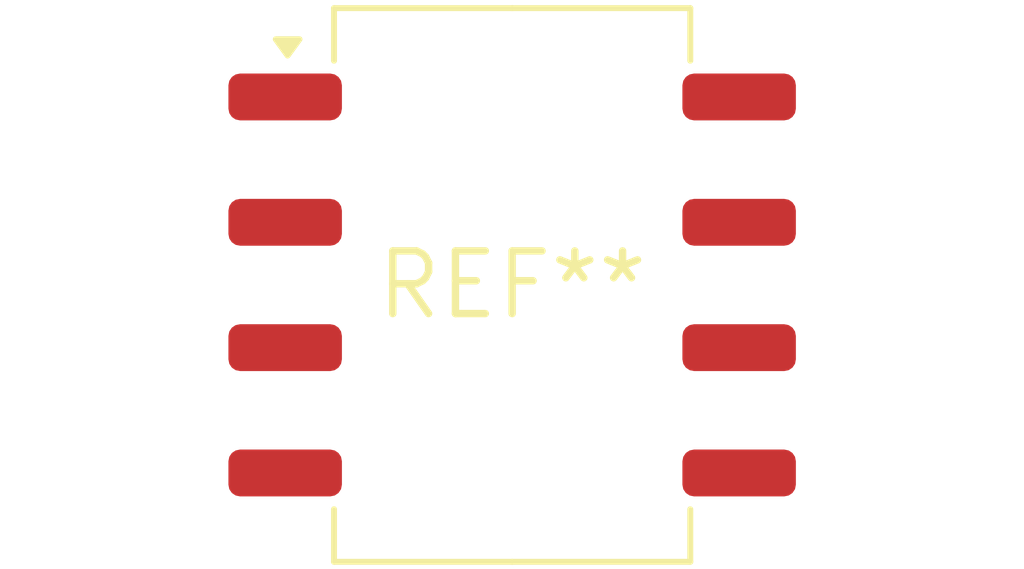
<source format=kicad_pcb>
(kicad_pcb (version 20240108) (generator pcbnew)
  (layers (0 "F.Cu" signal) (31 "B.Cu" signal) (34 "B.Paste" user) (35 "F.Paste" user) (36 "B.SilkS" user "B.Silkscreen") (37 "F.SilkS" user "F.Silkscreen") (38 "B.Mask" user) (39 "F.Mask" user) (44 "Edge.Cuts" user))
  (net 0 "")
  (footprint "CFSensor_XGZP6897x" (layer "F.Cu") (at 0 0)
    (property "Reference" "REF**")
    (property "Value" "CFSensor_XGZP6897x")
    (fp_line (start -3.61 -5.61) (end -3.61 -4.545) (layer "F.SilkS") (stroke (width 0.12)))
    (fp_line (start -3.61 5.61) (end -3.61 4.545) (layer "F.SilkS") (stroke (width 0.12)))
    (fp_line (start 0 -5.61) (end -3.61 -5.61) (layer "F.SilkS") (stroke (width 0.12)))
    (fp_line (start 0 -5.61) (end 3.61 -5.61) (layer "F.SilkS") (stroke (width 0.12)))
    (fp_line (start 0 5.61) (end -3.61 5.61) (layer "F.SilkS") (stroke (width 0.12)))
    (fp_line (start 0 5.61) (end 3.61 5.61) (layer "F.SilkS") (stroke (width 0.12)))
    (fp_line (start 3.61 -5.61) (end 3.61 -4.545) (layer "F.SilkS") (stroke (width 0.12)))
    (fp_line (start 3.61 5.61) (end 3.61 4.545) (layer "F.SilkS") (stroke (width 0.12)))
    (fp_poly (pts (xy -4.55 -4.65) (xy -4.79 -4.98) (xy -4.31 -4.98) (xy -4.55 -4.65)) (layer "F.SilkS") (stroke (width 0.12)) (fill solid))
    (pad "1" smd roundrect (at -4.6 -3.81) (size 2.3 0.95) (layers "F.Cu" "F.Paste" "F.Mask"))
    (pad "2" smd roundrect (at -4.6 -1.27) (size 2.3 0.95) (layers "F.Cu" "F.Paste" "F.Mask"))
    (pad "3" smd roundrect (at -4.6 1.27) (size 2.3 0.95) (layers "F.Cu" "F.Paste" "F.Mask"))
    (pad "4" smd roundrect (at -4.6 3.81) (size 2.3 0.95) (layers "F.Cu" "F.Paste" "F.Mask"))
    (pad "5" smd roundrect (at 4.6 3.81) (size 2.3 0.95) (layers "F.Cu" "F.Paste" "F.Mask"))
    (pad "6" smd roundrect (at 4.6 1.27) (size 2.3 0.95) (layers "F.Cu" "F.Paste" "F.Mask"))
    (pad "7" smd roundrect (at 4.6 -1.27) (size 2.3 0.95) (layers "F.Cu" "F.Paste" "F.Mask"))
    (pad "8" smd roundrect (at 4.6 -3.81) (size 2.3 0.95) (layers "F.Cu" "F.Paste" "F.Mask"))
  )
)
</source>
